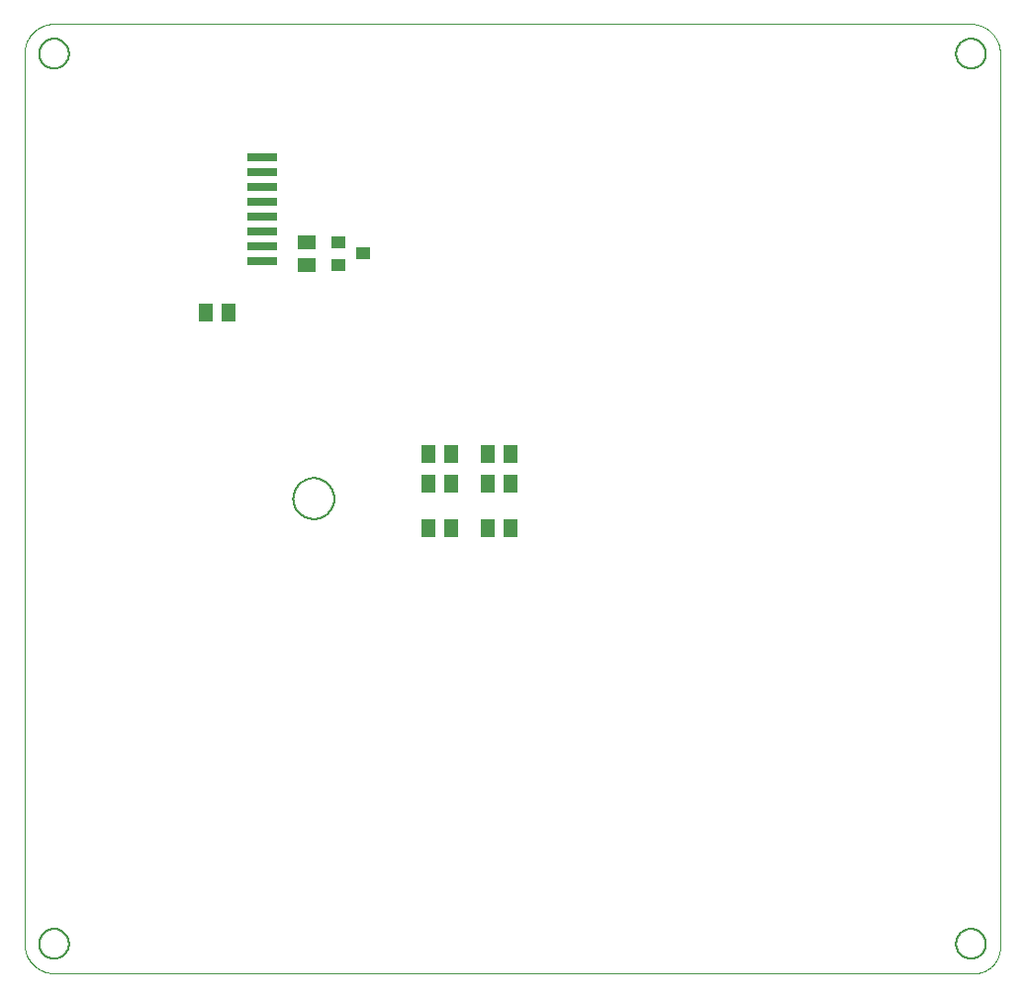
<source format=gtp>
G75*
%MOIN*%
%OFA0B0*%
%FSLAX25Y25*%
%IPPOS*%
%LPD*%
%AMOC8*
5,1,8,0,0,1.08239X$1,22.5*
%
%ADD10C,0.00000*%
%ADD11C,0.00600*%
%ADD12R,0.10000X0.03000*%
%ADD13R,0.05118X0.05906*%
%ADD14R,0.05906X0.05118*%
%ADD15R,0.04724X0.04000*%
D10*
X0013520Y0011600D02*
X0013520Y0311561D01*
X0013523Y0311803D01*
X0013532Y0312044D01*
X0013546Y0312285D01*
X0013567Y0312526D01*
X0013593Y0312766D01*
X0013625Y0313006D01*
X0013663Y0313245D01*
X0013706Y0313482D01*
X0013756Y0313719D01*
X0013811Y0313954D01*
X0013871Y0314188D01*
X0013938Y0314420D01*
X0014009Y0314651D01*
X0014087Y0314880D01*
X0014170Y0315107D01*
X0014258Y0315332D01*
X0014352Y0315555D01*
X0014451Y0315775D01*
X0014556Y0315993D01*
X0014665Y0316208D01*
X0014780Y0316421D01*
X0014900Y0316631D01*
X0015025Y0316837D01*
X0015155Y0317041D01*
X0015290Y0317242D01*
X0015430Y0317439D01*
X0015574Y0317633D01*
X0015723Y0317823D01*
X0015877Y0318009D01*
X0016035Y0318192D01*
X0016197Y0318371D01*
X0016364Y0318546D01*
X0016535Y0318717D01*
X0016710Y0318884D01*
X0016889Y0319046D01*
X0017072Y0319204D01*
X0017258Y0319358D01*
X0017448Y0319507D01*
X0017642Y0319651D01*
X0017839Y0319791D01*
X0018040Y0319926D01*
X0018244Y0320056D01*
X0018450Y0320181D01*
X0018660Y0320301D01*
X0018873Y0320416D01*
X0019088Y0320525D01*
X0019306Y0320630D01*
X0019526Y0320729D01*
X0019749Y0320823D01*
X0019974Y0320911D01*
X0020201Y0320994D01*
X0020430Y0321072D01*
X0020661Y0321143D01*
X0020893Y0321210D01*
X0021127Y0321270D01*
X0021362Y0321325D01*
X0021599Y0321375D01*
X0021836Y0321418D01*
X0022075Y0321456D01*
X0022315Y0321488D01*
X0022555Y0321514D01*
X0022796Y0321535D01*
X0023037Y0321549D01*
X0023278Y0321558D01*
X0023520Y0321561D01*
X0332260Y0321561D01*
X0332501Y0321558D01*
X0332741Y0321549D01*
X0332982Y0321535D01*
X0333221Y0321514D01*
X0333461Y0321488D01*
X0333699Y0321456D01*
X0333937Y0321419D01*
X0334174Y0321375D01*
X0334409Y0321326D01*
X0334644Y0321272D01*
X0334877Y0321211D01*
X0335108Y0321145D01*
X0335338Y0321073D01*
X0335566Y0320996D01*
X0335792Y0320914D01*
X0336016Y0320826D01*
X0336238Y0320732D01*
X0336458Y0320633D01*
X0336675Y0320529D01*
X0336889Y0320420D01*
X0337101Y0320306D01*
X0337310Y0320186D01*
X0337516Y0320062D01*
X0337719Y0319932D01*
X0337918Y0319798D01*
X0338115Y0319659D01*
X0338308Y0319515D01*
X0338497Y0319366D01*
X0338683Y0319213D01*
X0338865Y0319056D01*
X0339044Y0318894D01*
X0339218Y0318728D01*
X0339388Y0318558D01*
X0339554Y0318384D01*
X0339716Y0318205D01*
X0339873Y0318023D01*
X0340026Y0317837D01*
X0340175Y0317648D01*
X0340319Y0317455D01*
X0340458Y0317258D01*
X0340592Y0317059D01*
X0340722Y0316856D01*
X0340846Y0316650D01*
X0340966Y0316441D01*
X0341080Y0316229D01*
X0341189Y0316015D01*
X0341293Y0315798D01*
X0341392Y0315578D01*
X0341486Y0315356D01*
X0341574Y0315132D01*
X0341656Y0314906D01*
X0341733Y0314678D01*
X0341805Y0314448D01*
X0341871Y0314217D01*
X0341932Y0313984D01*
X0341986Y0313749D01*
X0342035Y0313514D01*
X0342079Y0313277D01*
X0342116Y0313039D01*
X0342148Y0312801D01*
X0342174Y0312561D01*
X0342195Y0312322D01*
X0342209Y0312081D01*
X0342218Y0311841D01*
X0342221Y0311600D01*
X0342220Y0311600D02*
X0342220Y0010301D01*
X0342221Y0010301D02*
X0342218Y0010091D01*
X0342211Y0009881D01*
X0342198Y0009671D01*
X0342180Y0009461D01*
X0342158Y0009252D01*
X0342130Y0009044D01*
X0342097Y0008836D01*
X0342059Y0008629D01*
X0342016Y0008423D01*
X0341968Y0008219D01*
X0341915Y0008015D01*
X0341858Y0007813D01*
X0341795Y0007612D01*
X0341728Y0007413D01*
X0341656Y0007216D01*
X0341579Y0007020D01*
X0341497Y0006826D01*
X0341411Y0006634D01*
X0341320Y0006445D01*
X0341224Y0006257D01*
X0341124Y0006072D01*
X0341020Y0005890D01*
X0340911Y0005710D01*
X0340798Y0005533D01*
X0340681Y0005358D01*
X0340559Y0005187D01*
X0340434Y0005018D01*
X0340304Y0004853D01*
X0340170Y0004690D01*
X0340033Y0004531D01*
X0339891Y0004375D01*
X0339746Y0004223D01*
X0339598Y0004075D01*
X0339446Y0003930D01*
X0339290Y0003788D01*
X0339131Y0003651D01*
X0338968Y0003517D01*
X0338803Y0003387D01*
X0338634Y0003262D01*
X0338463Y0003140D01*
X0338288Y0003023D01*
X0338111Y0002910D01*
X0337931Y0002801D01*
X0337749Y0002697D01*
X0337564Y0002597D01*
X0337376Y0002501D01*
X0337187Y0002410D01*
X0336995Y0002324D01*
X0336801Y0002242D01*
X0336605Y0002165D01*
X0336408Y0002093D01*
X0336209Y0002026D01*
X0336008Y0001963D01*
X0335806Y0001906D01*
X0335602Y0001853D01*
X0335398Y0001805D01*
X0335192Y0001762D01*
X0334985Y0001724D01*
X0334777Y0001691D01*
X0334569Y0001663D01*
X0334360Y0001641D01*
X0334150Y0001623D01*
X0333940Y0001610D01*
X0333730Y0001603D01*
X0333520Y0001600D01*
X0023520Y0001600D01*
X0023278Y0001603D01*
X0023037Y0001612D01*
X0022796Y0001626D01*
X0022555Y0001647D01*
X0022315Y0001673D01*
X0022075Y0001705D01*
X0021836Y0001743D01*
X0021599Y0001786D01*
X0021362Y0001836D01*
X0021127Y0001891D01*
X0020893Y0001951D01*
X0020661Y0002018D01*
X0020430Y0002089D01*
X0020201Y0002167D01*
X0019974Y0002250D01*
X0019749Y0002338D01*
X0019526Y0002432D01*
X0019306Y0002531D01*
X0019088Y0002636D01*
X0018873Y0002745D01*
X0018660Y0002860D01*
X0018450Y0002980D01*
X0018244Y0003105D01*
X0018040Y0003235D01*
X0017839Y0003370D01*
X0017642Y0003510D01*
X0017448Y0003654D01*
X0017258Y0003803D01*
X0017072Y0003957D01*
X0016889Y0004115D01*
X0016710Y0004277D01*
X0016535Y0004444D01*
X0016364Y0004615D01*
X0016197Y0004790D01*
X0016035Y0004969D01*
X0015877Y0005152D01*
X0015723Y0005338D01*
X0015574Y0005528D01*
X0015430Y0005722D01*
X0015290Y0005919D01*
X0015155Y0006120D01*
X0015025Y0006324D01*
X0014900Y0006530D01*
X0014780Y0006740D01*
X0014665Y0006953D01*
X0014556Y0007168D01*
X0014451Y0007386D01*
X0014352Y0007606D01*
X0014258Y0007829D01*
X0014170Y0008054D01*
X0014087Y0008281D01*
X0014009Y0008510D01*
X0013938Y0008741D01*
X0013871Y0008973D01*
X0013811Y0009207D01*
X0013756Y0009442D01*
X0013706Y0009679D01*
X0013663Y0009916D01*
X0013625Y0010155D01*
X0013593Y0010395D01*
X0013567Y0010635D01*
X0013546Y0010876D01*
X0013532Y0011117D01*
X0013523Y0011358D01*
X0013520Y0011600D01*
D11*
X0018520Y0011600D02*
X0018522Y0011741D01*
X0018528Y0011882D01*
X0018538Y0012022D01*
X0018552Y0012162D01*
X0018570Y0012302D01*
X0018591Y0012441D01*
X0018617Y0012580D01*
X0018646Y0012718D01*
X0018680Y0012854D01*
X0018717Y0012990D01*
X0018758Y0013125D01*
X0018803Y0013259D01*
X0018852Y0013391D01*
X0018904Y0013522D01*
X0018960Y0013651D01*
X0019020Y0013778D01*
X0019083Y0013904D01*
X0019149Y0014028D01*
X0019220Y0014151D01*
X0019293Y0014271D01*
X0019370Y0014389D01*
X0019450Y0014505D01*
X0019534Y0014618D01*
X0019620Y0014729D01*
X0019710Y0014838D01*
X0019803Y0014944D01*
X0019898Y0015047D01*
X0019997Y0015148D01*
X0020098Y0015246D01*
X0020202Y0015341D01*
X0020309Y0015433D01*
X0020418Y0015522D01*
X0020530Y0015607D01*
X0020644Y0015690D01*
X0020760Y0015770D01*
X0020879Y0015846D01*
X0021000Y0015918D01*
X0021122Y0015988D01*
X0021247Y0016053D01*
X0021373Y0016116D01*
X0021501Y0016174D01*
X0021631Y0016229D01*
X0021762Y0016281D01*
X0021895Y0016328D01*
X0022029Y0016372D01*
X0022164Y0016413D01*
X0022300Y0016449D01*
X0022437Y0016481D01*
X0022575Y0016510D01*
X0022713Y0016535D01*
X0022853Y0016555D01*
X0022993Y0016572D01*
X0023133Y0016585D01*
X0023274Y0016594D01*
X0023414Y0016599D01*
X0023555Y0016600D01*
X0023696Y0016597D01*
X0023837Y0016590D01*
X0023977Y0016579D01*
X0024117Y0016564D01*
X0024257Y0016545D01*
X0024396Y0016523D01*
X0024534Y0016496D01*
X0024672Y0016466D01*
X0024808Y0016431D01*
X0024944Y0016393D01*
X0025078Y0016351D01*
X0025212Y0016305D01*
X0025344Y0016256D01*
X0025474Y0016202D01*
X0025603Y0016145D01*
X0025730Y0016085D01*
X0025856Y0016021D01*
X0025979Y0015953D01*
X0026101Y0015882D01*
X0026221Y0015808D01*
X0026338Y0015730D01*
X0026453Y0015649D01*
X0026566Y0015565D01*
X0026677Y0015478D01*
X0026785Y0015387D01*
X0026890Y0015294D01*
X0026993Y0015197D01*
X0027093Y0015098D01*
X0027190Y0014996D01*
X0027284Y0014891D01*
X0027375Y0014784D01*
X0027463Y0014674D01*
X0027548Y0014562D01*
X0027630Y0014447D01*
X0027709Y0014330D01*
X0027784Y0014211D01*
X0027856Y0014090D01*
X0027924Y0013967D01*
X0027989Y0013842D01*
X0028051Y0013715D01*
X0028108Y0013586D01*
X0028163Y0013456D01*
X0028213Y0013325D01*
X0028260Y0013192D01*
X0028303Y0013058D01*
X0028342Y0012922D01*
X0028377Y0012786D01*
X0028409Y0012649D01*
X0028436Y0012511D01*
X0028460Y0012372D01*
X0028480Y0012232D01*
X0028496Y0012092D01*
X0028508Y0011952D01*
X0028516Y0011811D01*
X0028520Y0011670D01*
X0028520Y0011530D01*
X0028516Y0011389D01*
X0028508Y0011248D01*
X0028496Y0011108D01*
X0028480Y0010968D01*
X0028460Y0010828D01*
X0028436Y0010689D01*
X0028409Y0010551D01*
X0028377Y0010414D01*
X0028342Y0010278D01*
X0028303Y0010142D01*
X0028260Y0010008D01*
X0028213Y0009875D01*
X0028163Y0009744D01*
X0028108Y0009614D01*
X0028051Y0009485D01*
X0027989Y0009358D01*
X0027924Y0009233D01*
X0027856Y0009110D01*
X0027784Y0008989D01*
X0027709Y0008870D01*
X0027630Y0008753D01*
X0027548Y0008638D01*
X0027463Y0008526D01*
X0027375Y0008416D01*
X0027284Y0008309D01*
X0027190Y0008204D01*
X0027093Y0008102D01*
X0026993Y0008003D01*
X0026890Y0007906D01*
X0026785Y0007813D01*
X0026677Y0007722D01*
X0026566Y0007635D01*
X0026453Y0007551D01*
X0026338Y0007470D01*
X0026221Y0007392D01*
X0026101Y0007318D01*
X0025979Y0007247D01*
X0025856Y0007179D01*
X0025730Y0007115D01*
X0025603Y0007055D01*
X0025474Y0006998D01*
X0025344Y0006944D01*
X0025212Y0006895D01*
X0025078Y0006849D01*
X0024944Y0006807D01*
X0024808Y0006769D01*
X0024672Y0006734D01*
X0024534Y0006704D01*
X0024396Y0006677D01*
X0024257Y0006655D01*
X0024117Y0006636D01*
X0023977Y0006621D01*
X0023837Y0006610D01*
X0023696Y0006603D01*
X0023555Y0006600D01*
X0023414Y0006601D01*
X0023274Y0006606D01*
X0023133Y0006615D01*
X0022993Y0006628D01*
X0022853Y0006645D01*
X0022713Y0006665D01*
X0022575Y0006690D01*
X0022437Y0006719D01*
X0022300Y0006751D01*
X0022164Y0006787D01*
X0022029Y0006828D01*
X0021895Y0006872D01*
X0021762Y0006919D01*
X0021631Y0006971D01*
X0021501Y0007026D01*
X0021373Y0007084D01*
X0021247Y0007147D01*
X0021122Y0007212D01*
X0021000Y0007282D01*
X0020879Y0007354D01*
X0020760Y0007430D01*
X0020644Y0007510D01*
X0020530Y0007593D01*
X0020418Y0007678D01*
X0020309Y0007767D01*
X0020202Y0007859D01*
X0020098Y0007954D01*
X0019997Y0008052D01*
X0019898Y0008153D01*
X0019803Y0008256D01*
X0019710Y0008362D01*
X0019620Y0008471D01*
X0019534Y0008582D01*
X0019450Y0008695D01*
X0019370Y0008811D01*
X0019293Y0008929D01*
X0019220Y0009049D01*
X0019149Y0009172D01*
X0019083Y0009296D01*
X0019020Y0009422D01*
X0018960Y0009549D01*
X0018904Y0009678D01*
X0018852Y0009809D01*
X0018803Y0009941D01*
X0018758Y0010075D01*
X0018717Y0010210D01*
X0018680Y0010346D01*
X0018646Y0010482D01*
X0018617Y0010620D01*
X0018591Y0010759D01*
X0018570Y0010898D01*
X0018552Y0011038D01*
X0018538Y0011178D01*
X0018528Y0011318D01*
X0018522Y0011459D01*
X0018520Y0011600D01*
X0104130Y0161600D02*
X0104132Y0161769D01*
X0104138Y0161938D01*
X0104149Y0162107D01*
X0104163Y0162275D01*
X0104182Y0162443D01*
X0104205Y0162611D01*
X0104231Y0162778D01*
X0104262Y0162944D01*
X0104297Y0163110D01*
X0104336Y0163274D01*
X0104380Y0163438D01*
X0104427Y0163600D01*
X0104478Y0163761D01*
X0104533Y0163921D01*
X0104592Y0164080D01*
X0104654Y0164237D01*
X0104721Y0164392D01*
X0104792Y0164546D01*
X0104866Y0164698D01*
X0104944Y0164848D01*
X0105025Y0164996D01*
X0105110Y0165142D01*
X0105199Y0165286D01*
X0105291Y0165428D01*
X0105387Y0165567D01*
X0105486Y0165704D01*
X0105588Y0165839D01*
X0105694Y0165971D01*
X0105803Y0166100D01*
X0105915Y0166227D01*
X0106030Y0166351D01*
X0106148Y0166472D01*
X0106269Y0166590D01*
X0106393Y0166705D01*
X0106520Y0166817D01*
X0106649Y0166926D01*
X0106781Y0167032D01*
X0106916Y0167134D01*
X0107053Y0167233D01*
X0107192Y0167329D01*
X0107334Y0167421D01*
X0107478Y0167510D01*
X0107624Y0167595D01*
X0107772Y0167676D01*
X0107922Y0167754D01*
X0108074Y0167828D01*
X0108228Y0167899D01*
X0108383Y0167966D01*
X0108540Y0168028D01*
X0108699Y0168087D01*
X0108859Y0168142D01*
X0109020Y0168193D01*
X0109182Y0168240D01*
X0109346Y0168284D01*
X0109510Y0168323D01*
X0109676Y0168358D01*
X0109842Y0168389D01*
X0110009Y0168415D01*
X0110177Y0168438D01*
X0110345Y0168457D01*
X0110513Y0168471D01*
X0110682Y0168482D01*
X0110851Y0168488D01*
X0111020Y0168490D01*
X0111189Y0168488D01*
X0111358Y0168482D01*
X0111527Y0168471D01*
X0111695Y0168457D01*
X0111863Y0168438D01*
X0112031Y0168415D01*
X0112198Y0168389D01*
X0112364Y0168358D01*
X0112530Y0168323D01*
X0112694Y0168284D01*
X0112858Y0168240D01*
X0113020Y0168193D01*
X0113181Y0168142D01*
X0113341Y0168087D01*
X0113500Y0168028D01*
X0113657Y0167966D01*
X0113812Y0167899D01*
X0113966Y0167828D01*
X0114118Y0167754D01*
X0114268Y0167676D01*
X0114416Y0167595D01*
X0114562Y0167510D01*
X0114706Y0167421D01*
X0114848Y0167329D01*
X0114987Y0167233D01*
X0115124Y0167134D01*
X0115259Y0167032D01*
X0115391Y0166926D01*
X0115520Y0166817D01*
X0115647Y0166705D01*
X0115771Y0166590D01*
X0115892Y0166472D01*
X0116010Y0166351D01*
X0116125Y0166227D01*
X0116237Y0166100D01*
X0116346Y0165971D01*
X0116452Y0165839D01*
X0116554Y0165704D01*
X0116653Y0165567D01*
X0116749Y0165428D01*
X0116841Y0165286D01*
X0116930Y0165142D01*
X0117015Y0164996D01*
X0117096Y0164848D01*
X0117174Y0164698D01*
X0117248Y0164546D01*
X0117319Y0164392D01*
X0117386Y0164237D01*
X0117448Y0164080D01*
X0117507Y0163921D01*
X0117562Y0163761D01*
X0117613Y0163600D01*
X0117660Y0163438D01*
X0117704Y0163274D01*
X0117743Y0163110D01*
X0117778Y0162944D01*
X0117809Y0162778D01*
X0117835Y0162611D01*
X0117858Y0162443D01*
X0117877Y0162275D01*
X0117891Y0162107D01*
X0117902Y0161938D01*
X0117908Y0161769D01*
X0117910Y0161600D01*
X0117908Y0161431D01*
X0117902Y0161262D01*
X0117891Y0161093D01*
X0117877Y0160925D01*
X0117858Y0160757D01*
X0117835Y0160589D01*
X0117809Y0160422D01*
X0117778Y0160256D01*
X0117743Y0160090D01*
X0117704Y0159926D01*
X0117660Y0159762D01*
X0117613Y0159600D01*
X0117562Y0159439D01*
X0117507Y0159279D01*
X0117448Y0159120D01*
X0117386Y0158963D01*
X0117319Y0158808D01*
X0117248Y0158654D01*
X0117174Y0158502D01*
X0117096Y0158352D01*
X0117015Y0158204D01*
X0116930Y0158058D01*
X0116841Y0157914D01*
X0116749Y0157772D01*
X0116653Y0157633D01*
X0116554Y0157496D01*
X0116452Y0157361D01*
X0116346Y0157229D01*
X0116237Y0157100D01*
X0116125Y0156973D01*
X0116010Y0156849D01*
X0115892Y0156728D01*
X0115771Y0156610D01*
X0115647Y0156495D01*
X0115520Y0156383D01*
X0115391Y0156274D01*
X0115259Y0156168D01*
X0115124Y0156066D01*
X0114987Y0155967D01*
X0114848Y0155871D01*
X0114706Y0155779D01*
X0114562Y0155690D01*
X0114416Y0155605D01*
X0114268Y0155524D01*
X0114118Y0155446D01*
X0113966Y0155372D01*
X0113812Y0155301D01*
X0113657Y0155234D01*
X0113500Y0155172D01*
X0113341Y0155113D01*
X0113181Y0155058D01*
X0113020Y0155007D01*
X0112858Y0154960D01*
X0112694Y0154916D01*
X0112530Y0154877D01*
X0112364Y0154842D01*
X0112198Y0154811D01*
X0112031Y0154785D01*
X0111863Y0154762D01*
X0111695Y0154743D01*
X0111527Y0154729D01*
X0111358Y0154718D01*
X0111189Y0154712D01*
X0111020Y0154710D01*
X0110851Y0154712D01*
X0110682Y0154718D01*
X0110513Y0154729D01*
X0110345Y0154743D01*
X0110177Y0154762D01*
X0110009Y0154785D01*
X0109842Y0154811D01*
X0109676Y0154842D01*
X0109510Y0154877D01*
X0109346Y0154916D01*
X0109182Y0154960D01*
X0109020Y0155007D01*
X0108859Y0155058D01*
X0108699Y0155113D01*
X0108540Y0155172D01*
X0108383Y0155234D01*
X0108228Y0155301D01*
X0108074Y0155372D01*
X0107922Y0155446D01*
X0107772Y0155524D01*
X0107624Y0155605D01*
X0107478Y0155690D01*
X0107334Y0155779D01*
X0107192Y0155871D01*
X0107053Y0155967D01*
X0106916Y0156066D01*
X0106781Y0156168D01*
X0106649Y0156274D01*
X0106520Y0156383D01*
X0106393Y0156495D01*
X0106269Y0156610D01*
X0106148Y0156728D01*
X0106030Y0156849D01*
X0105915Y0156973D01*
X0105803Y0157100D01*
X0105694Y0157229D01*
X0105588Y0157361D01*
X0105486Y0157496D01*
X0105387Y0157633D01*
X0105291Y0157772D01*
X0105199Y0157914D01*
X0105110Y0158058D01*
X0105025Y0158204D01*
X0104944Y0158352D01*
X0104866Y0158502D01*
X0104792Y0158654D01*
X0104721Y0158808D01*
X0104654Y0158963D01*
X0104592Y0159120D01*
X0104533Y0159279D01*
X0104478Y0159439D01*
X0104427Y0159600D01*
X0104380Y0159762D01*
X0104336Y0159926D01*
X0104297Y0160090D01*
X0104262Y0160256D01*
X0104231Y0160422D01*
X0104205Y0160589D01*
X0104182Y0160757D01*
X0104163Y0160925D01*
X0104149Y0161093D01*
X0104138Y0161262D01*
X0104132Y0161431D01*
X0104130Y0161600D01*
X0018520Y0311600D02*
X0018522Y0311741D01*
X0018528Y0311882D01*
X0018538Y0312022D01*
X0018552Y0312162D01*
X0018570Y0312302D01*
X0018591Y0312441D01*
X0018617Y0312580D01*
X0018646Y0312718D01*
X0018680Y0312854D01*
X0018717Y0312990D01*
X0018758Y0313125D01*
X0018803Y0313259D01*
X0018852Y0313391D01*
X0018904Y0313522D01*
X0018960Y0313651D01*
X0019020Y0313778D01*
X0019083Y0313904D01*
X0019149Y0314028D01*
X0019220Y0314151D01*
X0019293Y0314271D01*
X0019370Y0314389D01*
X0019450Y0314505D01*
X0019534Y0314618D01*
X0019620Y0314729D01*
X0019710Y0314838D01*
X0019803Y0314944D01*
X0019898Y0315047D01*
X0019997Y0315148D01*
X0020098Y0315246D01*
X0020202Y0315341D01*
X0020309Y0315433D01*
X0020418Y0315522D01*
X0020530Y0315607D01*
X0020644Y0315690D01*
X0020760Y0315770D01*
X0020879Y0315846D01*
X0021000Y0315918D01*
X0021122Y0315988D01*
X0021247Y0316053D01*
X0021373Y0316116D01*
X0021501Y0316174D01*
X0021631Y0316229D01*
X0021762Y0316281D01*
X0021895Y0316328D01*
X0022029Y0316372D01*
X0022164Y0316413D01*
X0022300Y0316449D01*
X0022437Y0316481D01*
X0022575Y0316510D01*
X0022713Y0316535D01*
X0022853Y0316555D01*
X0022993Y0316572D01*
X0023133Y0316585D01*
X0023274Y0316594D01*
X0023414Y0316599D01*
X0023555Y0316600D01*
X0023696Y0316597D01*
X0023837Y0316590D01*
X0023977Y0316579D01*
X0024117Y0316564D01*
X0024257Y0316545D01*
X0024396Y0316523D01*
X0024534Y0316496D01*
X0024672Y0316466D01*
X0024808Y0316431D01*
X0024944Y0316393D01*
X0025078Y0316351D01*
X0025212Y0316305D01*
X0025344Y0316256D01*
X0025474Y0316202D01*
X0025603Y0316145D01*
X0025730Y0316085D01*
X0025856Y0316021D01*
X0025979Y0315953D01*
X0026101Y0315882D01*
X0026221Y0315808D01*
X0026338Y0315730D01*
X0026453Y0315649D01*
X0026566Y0315565D01*
X0026677Y0315478D01*
X0026785Y0315387D01*
X0026890Y0315294D01*
X0026993Y0315197D01*
X0027093Y0315098D01*
X0027190Y0314996D01*
X0027284Y0314891D01*
X0027375Y0314784D01*
X0027463Y0314674D01*
X0027548Y0314562D01*
X0027630Y0314447D01*
X0027709Y0314330D01*
X0027784Y0314211D01*
X0027856Y0314090D01*
X0027924Y0313967D01*
X0027989Y0313842D01*
X0028051Y0313715D01*
X0028108Y0313586D01*
X0028163Y0313456D01*
X0028213Y0313325D01*
X0028260Y0313192D01*
X0028303Y0313058D01*
X0028342Y0312922D01*
X0028377Y0312786D01*
X0028409Y0312649D01*
X0028436Y0312511D01*
X0028460Y0312372D01*
X0028480Y0312232D01*
X0028496Y0312092D01*
X0028508Y0311952D01*
X0028516Y0311811D01*
X0028520Y0311670D01*
X0028520Y0311530D01*
X0028516Y0311389D01*
X0028508Y0311248D01*
X0028496Y0311108D01*
X0028480Y0310968D01*
X0028460Y0310828D01*
X0028436Y0310689D01*
X0028409Y0310551D01*
X0028377Y0310414D01*
X0028342Y0310278D01*
X0028303Y0310142D01*
X0028260Y0310008D01*
X0028213Y0309875D01*
X0028163Y0309744D01*
X0028108Y0309614D01*
X0028051Y0309485D01*
X0027989Y0309358D01*
X0027924Y0309233D01*
X0027856Y0309110D01*
X0027784Y0308989D01*
X0027709Y0308870D01*
X0027630Y0308753D01*
X0027548Y0308638D01*
X0027463Y0308526D01*
X0027375Y0308416D01*
X0027284Y0308309D01*
X0027190Y0308204D01*
X0027093Y0308102D01*
X0026993Y0308003D01*
X0026890Y0307906D01*
X0026785Y0307813D01*
X0026677Y0307722D01*
X0026566Y0307635D01*
X0026453Y0307551D01*
X0026338Y0307470D01*
X0026221Y0307392D01*
X0026101Y0307318D01*
X0025979Y0307247D01*
X0025856Y0307179D01*
X0025730Y0307115D01*
X0025603Y0307055D01*
X0025474Y0306998D01*
X0025344Y0306944D01*
X0025212Y0306895D01*
X0025078Y0306849D01*
X0024944Y0306807D01*
X0024808Y0306769D01*
X0024672Y0306734D01*
X0024534Y0306704D01*
X0024396Y0306677D01*
X0024257Y0306655D01*
X0024117Y0306636D01*
X0023977Y0306621D01*
X0023837Y0306610D01*
X0023696Y0306603D01*
X0023555Y0306600D01*
X0023414Y0306601D01*
X0023274Y0306606D01*
X0023133Y0306615D01*
X0022993Y0306628D01*
X0022853Y0306645D01*
X0022713Y0306665D01*
X0022575Y0306690D01*
X0022437Y0306719D01*
X0022300Y0306751D01*
X0022164Y0306787D01*
X0022029Y0306828D01*
X0021895Y0306872D01*
X0021762Y0306919D01*
X0021631Y0306971D01*
X0021501Y0307026D01*
X0021373Y0307084D01*
X0021247Y0307147D01*
X0021122Y0307212D01*
X0021000Y0307282D01*
X0020879Y0307354D01*
X0020760Y0307430D01*
X0020644Y0307510D01*
X0020530Y0307593D01*
X0020418Y0307678D01*
X0020309Y0307767D01*
X0020202Y0307859D01*
X0020098Y0307954D01*
X0019997Y0308052D01*
X0019898Y0308153D01*
X0019803Y0308256D01*
X0019710Y0308362D01*
X0019620Y0308471D01*
X0019534Y0308582D01*
X0019450Y0308695D01*
X0019370Y0308811D01*
X0019293Y0308929D01*
X0019220Y0309049D01*
X0019149Y0309172D01*
X0019083Y0309296D01*
X0019020Y0309422D01*
X0018960Y0309549D01*
X0018904Y0309678D01*
X0018852Y0309809D01*
X0018803Y0309941D01*
X0018758Y0310075D01*
X0018717Y0310210D01*
X0018680Y0310346D01*
X0018646Y0310482D01*
X0018617Y0310620D01*
X0018591Y0310759D01*
X0018570Y0310898D01*
X0018552Y0311038D01*
X0018538Y0311178D01*
X0018528Y0311318D01*
X0018522Y0311459D01*
X0018520Y0311600D01*
X0327417Y0311600D02*
X0327419Y0311741D01*
X0327425Y0311882D01*
X0327435Y0312022D01*
X0327449Y0312162D01*
X0327467Y0312302D01*
X0327488Y0312441D01*
X0327514Y0312580D01*
X0327543Y0312718D01*
X0327577Y0312854D01*
X0327614Y0312990D01*
X0327655Y0313125D01*
X0327700Y0313259D01*
X0327749Y0313391D01*
X0327801Y0313522D01*
X0327857Y0313651D01*
X0327917Y0313778D01*
X0327980Y0313904D01*
X0328046Y0314028D01*
X0328117Y0314151D01*
X0328190Y0314271D01*
X0328267Y0314389D01*
X0328347Y0314505D01*
X0328431Y0314618D01*
X0328517Y0314729D01*
X0328607Y0314838D01*
X0328700Y0314944D01*
X0328795Y0315047D01*
X0328894Y0315148D01*
X0328995Y0315246D01*
X0329099Y0315341D01*
X0329206Y0315433D01*
X0329315Y0315522D01*
X0329427Y0315607D01*
X0329541Y0315690D01*
X0329657Y0315770D01*
X0329776Y0315846D01*
X0329897Y0315918D01*
X0330019Y0315988D01*
X0330144Y0316053D01*
X0330270Y0316116D01*
X0330398Y0316174D01*
X0330528Y0316229D01*
X0330659Y0316281D01*
X0330792Y0316328D01*
X0330926Y0316372D01*
X0331061Y0316413D01*
X0331197Y0316449D01*
X0331334Y0316481D01*
X0331472Y0316510D01*
X0331610Y0316535D01*
X0331750Y0316555D01*
X0331890Y0316572D01*
X0332030Y0316585D01*
X0332171Y0316594D01*
X0332311Y0316599D01*
X0332452Y0316600D01*
X0332593Y0316597D01*
X0332734Y0316590D01*
X0332874Y0316579D01*
X0333014Y0316564D01*
X0333154Y0316545D01*
X0333293Y0316523D01*
X0333431Y0316496D01*
X0333569Y0316466D01*
X0333705Y0316431D01*
X0333841Y0316393D01*
X0333975Y0316351D01*
X0334109Y0316305D01*
X0334241Y0316256D01*
X0334371Y0316202D01*
X0334500Y0316145D01*
X0334627Y0316085D01*
X0334753Y0316021D01*
X0334876Y0315953D01*
X0334998Y0315882D01*
X0335118Y0315808D01*
X0335235Y0315730D01*
X0335350Y0315649D01*
X0335463Y0315565D01*
X0335574Y0315478D01*
X0335682Y0315387D01*
X0335787Y0315294D01*
X0335890Y0315197D01*
X0335990Y0315098D01*
X0336087Y0314996D01*
X0336181Y0314891D01*
X0336272Y0314784D01*
X0336360Y0314674D01*
X0336445Y0314562D01*
X0336527Y0314447D01*
X0336606Y0314330D01*
X0336681Y0314211D01*
X0336753Y0314090D01*
X0336821Y0313967D01*
X0336886Y0313842D01*
X0336948Y0313715D01*
X0337005Y0313586D01*
X0337060Y0313456D01*
X0337110Y0313325D01*
X0337157Y0313192D01*
X0337200Y0313058D01*
X0337239Y0312922D01*
X0337274Y0312786D01*
X0337306Y0312649D01*
X0337333Y0312511D01*
X0337357Y0312372D01*
X0337377Y0312232D01*
X0337393Y0312092D01*
X0337405Y0311952D01*
X0337413Y0311811D01*
X0337417Y0311670D01*
X0337417Y0311530D01*
X0337413Y0311389D01*
X0337405Y0311248D01*
X0337393Y0311108D01*
X0337377Y0310968D01*
X0337357Y0310828D01*
X0337333Y0310689D01*
X0337306Y0310551D01*
X0337274Y0310414D01*
X0337239Y0310278D01*
X0337200Y0310142D01*
X0337157Y0310008D01*
X0337110Y0309875D01*
X0337060Y0309744D01*
X0337005Y0309614D01*
X0336948Y0309485D01*
X0336886Y0309358D01*
X0336821Y0309233D01*
X0336753Y0309110D01*
X0336681Y0308989D01*
X0336606Y0308870D01*
X0336527Y0308753D01*
X0336445Y0308638D01*
X0336360Y0308526D01*
X0336272Y0308416D01*
X0336181Y0308309D01*
X0336087Y0308204D01*
X0335990Y0308102D01*
X0335890Y0308003D01*
X0335787Y0307906D01*
X0335682Y0307813D01*
X0335574Y0307722D01*
X0335463Y0307635D01*
X0335350Y0307551D01*
X0335235Y0307470D01*
X0335118Y0307392D01*
X0334998Y0307318D01*
X0334876Y0307247D01*
X0334753Y0307179D01*
X0334627Y0307115D01*
X0334500Y0307055D01*
X0334371Y0306998D01*
X0334241Y0306944D01*
X0334109Y0306895D01*
X0333975Y0306849D01*
X0333841Y0306807D01*
X0333705Y0306769D01*
X0333569Y0306734D01*
X0333431Y0306704D01*
X0333293Y0306677D01*
X0333154Y0306655D01*
X0333014Y0306636D01*
X0332874Y0306621D01*
X0332734Y0306610D01*
X0332593Y0306603D01*
X0332452Y0306600D01*
X0332311Y0306601D01*
X0332171Y0306606D01*
X0332030Y0306615D01*
X0331890Y0306628D01*
X0331750Y0306645D01*
X0331610Y0306665D01*
X0331472Y0306690D01*
X0331334Y0306719D01*
X0331197Y0306751D01*
X0331061Y0306787D01*
X0330926Y0306828D01*
X0330792Y0306872D01*
X0330659Y0306919D01*
X0330528Y0306971D01*
X0330398Y0307026D01*
X0330270Y0307084D01*
X0330144Y0307147D01*
X0330019Y0307212D01*
X0329897Y0307282D01*
X0329776Y0307354D01*
X0329657Y0307430D01*
X0329541Y0307510D01*
X0329427Y0307593D01*
X0329315Y0307678D01*
X0329206Y0307767D01*
X0329099Y0307859D01*
X0328995Y0307954D01*
X0328894Y0308052D01*
X0328795Y0308153D01*
X0328700Y0308256D01*
X0328607Y0308362D01*
X0328517Y0308471D01*
X0328431Y0308582D01*
X0328347Y0308695D01*
X0328267Y0308811D01*
X0328190Y0308929D01*
X0328117Y0309049D01*
X0328046Y0309172D01*
X0327980Y0309296D01*
X0327917Y0309422D01*
X0327857Y0309549D01*
X0327801Y0309678D01*
X0327749Y0309809D01*
X0327700Y0309941D01*
X0327655Y0310075D01*
X0327614Y0310210D01*
X0327577Y0310346D01*
X0327543Y0310482D01*
X0327514Y0310620D01*
X0327488Y0310759D01*
X0327467Y0310898D01*
X0327449Y0311038D01*
X0327435Y0311178D01*
X0327425Y0311318D01*
X0327419Y0311459D01*
X0327417Y0311600D01*
X0327417Y0011600D02*
X0327419Y0011741D01*
X0327425Y0011882D01*
X0327435Y0012022D01*
X0327449Y0012162D01*
X0327467Y0012302D01*
X0327488Y0012441D01*
X0327514Y0012580D01*
X0327543Y0012718D01*
X0327577Y0012854D01*
X0327614Y0012990D01*
X0327655Y0013125D01*
X0327700Y0013259D01*
X0327749Y0013391D01*
X0327801Y0013522D01*
X0327857Y0013651D01*
X0327917Y0013778D01*
X0327980Y0013904D01*
X0328046Y0014028D01*
X0328117Y0014151D01*
X0328190Y0014271D01*
X0328267Y0014389D01*
X0328347Y0014505D01*
X0328431Y0014618D01*
X0328517Y0014729D01*
X0328607Y0014838D01*
X0328700Y0014944D01*
X0328795Y0015047D01*
X0328894Y0015148D01*
X0328995Y0015246D01*
X0329099Y0015341D01*
X0329206Y0015433D01*
X0329315Y0015522D01*
X0329427Y0015607D01*
X0329541Y0015690D01*
X0329657Y0015770D01*
X0329776Y0015846D01*
X0329897Y0015918D01*
X0330019Y0015988D01*
X0330144Y0016053D01*
X0330270Y0016116D01*
X0330398Y0016174D01*
X0330528Y0016229D01*
X0330659Y0016281D01*
X0330792Y0016328D01*
X0330926Y0016372D01*
X0331061Y0016413D01*
X0331197Y0016449D01*
X0331334Y0016481D01*
X0331472Y0016510D01*
X0331610Y0016535D01*
X0331750Y0016555D01*
X0331890Y0016572D01*
X0332030Y0016585D01*
X0332171Y0016594D01*
X0332311Y0016599D01*
X0332452Y0016600D01*
X0332593Y0016597D01*
X0332734Y0016590D01*
X0332874Y0016579D01*
X0333014Y0016564D01*
X0333154Y0016545D01*
X0333293Y0016523D01*
X0333431Y0016496D01*
X0333569Y0016466D01*
X0333705Y0016431D01*
X0333841Y0016393D01*
X0333975Y0016351D01*
X0334109Y0016305D01*
X0334241Y0016256D01*
X0334371Y0016202D01*
X0334500Y0016145D01*
X0334627Y0016085D01*
X0334753Y0016021D01*
X0334876Y0015953D01*
X0334998Y0015882D01*
X0335118Y0015808D01*
X0335235Y0015730D01*
X0335350Y0015649D01*
X0335463Y0015565D01*
X0335574Y0015478D01*
X0335682Y0015387D01*
X0335787Y0015294D01*
X0335890Y0015197D01*
X0335990Y0015098D01*
X0336087Y0014996D01*
X0336181Y0014891D01*
X0336272Y0014784D01*
X0336360Y0014674D01*
X0336445Y0014562D01*
X0336527Y0014447D01*
X0336606Y0014330D01*
X0336681Y0014211D01*
X0336753Y0014090D01*
X0336821Y0013967D01*
X0336886Y0013842D01*
X0336948Y0013715D01*
X0337005Y0013586D01*
X0337060Y0013456D01*
X0337110Y0013325D01*
X0337157Y0013192D01*
X0337200Y0013058D01*
X0337239Y0012922D01*
X0337274Y0012786D01*
X0337306Y0012649D01*
X0337333Y0012511D01*
X0337357Y0012372D01*
X0337377Y0012232D01*
X0337393Y0012092D01*
X0337405Y0011952D01*
X0337413Y0011811D01*
X0337417Y0011670D01*
X0337417Y0011530D01*
X0337413Y0011389D01*
X0337405Y0011248D01*
X0337393Y0011108D01*
X0337377Y0010968D01*
X0337357Y0010828D01*
X0337333Y0010689D01*
X0337306Y0010551D01*
X0337274Y0010414D01*
X0337239Y0010278D01*
X0337200Y0010142D01*
X0337157Y0010008D01*
X0337110Y0009875D01*
X0337060Y0009744D01*
X0337005Y0009614D01*
X0336948Y0009485D01*
X0336886Y0009358D01*
X0336821Y0009233D01*
X0336753Y0009110D01*
X0336681Y0008989D01*
X0336606Y0008870D01*
X0336527Y0008753D01*
X0336445Y0008638D01*
X0336360Y0008526D01*
X0336272Y0008416D01*
X0336181Y0008309D01*
X0336087Y0008204D01*
X0335990Y0008102D01*
X0335890Y0008003D01*
X0335787Y0007906D01*
X0335682Y0007813D01*
X0335574Y0007722D01*
X0335463Y0007635D01*
X0335350Y0007551D01*
X0335235Y0007470D01*
X0335118Y0007392D01*
X0334998Y0007318D01*
X0334876Y0007247D01*
X0334753Y0007179D01*
X0334627Y0007115D01*
X0334500Y0007055D01*
X0334371Y0006998D01*
X0334241Y0006944D01*
X0334109Y0006895D01*
X0333975Y0006849D01*
X0333841Y0006807D01*
X0333705Y0006769D01*
X0333569Y0006734D01*
X0333431Y0006704D01*
X0333293Y0006677D01*
X0333154Y0006655D01*
X0333014Y0006636D01*
X0332874Y0006621D01*
X0332734Y0006610D01*
X0332593Y0006603D01*
X0332452Y0006600D01*
X0332311Y0006601D01*
X0332171Y0006606D01*
X0332030Y0006615D01*
X0331890Y0006628D01*
X0331750Y0006645D01*
X0331610Y0006665D01*
X0331472Y0006690D01*
X0331334Y0006719D01*
X0331197Y0006751D01*
X0331061Y0006787D01*
X0330926Y0006828D01*
X0330792Y0006872D01*
X0330659Y0006919D01*
X0330528Y0006971D01*
X0330398Y0007026D01*
X0330270Y0007084D01*
X0330144Y0007147D01*
X0330019Y0007212D01*
X0329897Y0007282D01*
X0329776Y0007354D01*
X0329657Y0007430D01*
X0329541Y0007510D01*
X0329427Y0007593D01*
X0329315Y0007678D01*
X0329206Y0007767D01*
X0329099Y0007859D01*
X0328995Y0007954D01*
X0328894Y0008052D01*
X0328795Y0008153D01*
X0328700Y0008256D01*
X0328607Y0008362D01*
X0328517Y0008471D01*
X0328431Y0008582D01*
X0328347Y0008695D01*
X0328267Y0008811D01*
X0328190Y0008929D01*
X0328117Y0009049D01*
X0328046Y0009172D01*
X0327980Y0009296D01*
X0327917Y0009422D01*
X0327857Y0009549D01*
X0327801Y0009678D01*
X0327749Y0009809D01*
X0327700Y0009941D01*
X0327655Y0010075D01*
X0327614Y0010210D01*
X0327577Y0010346D01*
X0327543Y0010482D01*
X0327514Y0010620D01*
X0327488Y0010759D01*
X0327467Y0010898D01*
X0327449Y0011038D01*
X0327435Y0011178D01*
X0327425Y0011318D01*
X0327419Y0011459D01*
X0327417Y0011600D01*
D12*
X0093520Y0241600D03*
X0093520Y0246600D03*
X0093520Y0251600D03*
X0093520Y0256600D03*
X0093520Y0261600D03*
X0093520Y0266600D03*
X0093520Y0271600D03*
X0093520Y0276600D03*
D13*
X0082260Y0224100D03*
X0074780Y0224100D03*
X0149780Y0176600D03*
X0157260Y0176600D03*
X0157260Y0166600D03*
X0149780Y0166600D03*
X0149780Y0151600D03*
X0157260Y0151600D03*
X0169780Y0151600D03*
X0177260Y0151600D03*
X0177260Y0166600D03*
X0169780Y0166600D03*
X0169780Y0176600D03*
X0177260Y0176600D03*
D14*
X0108520Y0240360D03*
X0108520Y0247840D03*
D15*
X0119346Y0247840D03*
X0119346Y0240360D03*
X0127693Y0244100D03*
M02*

</source>
